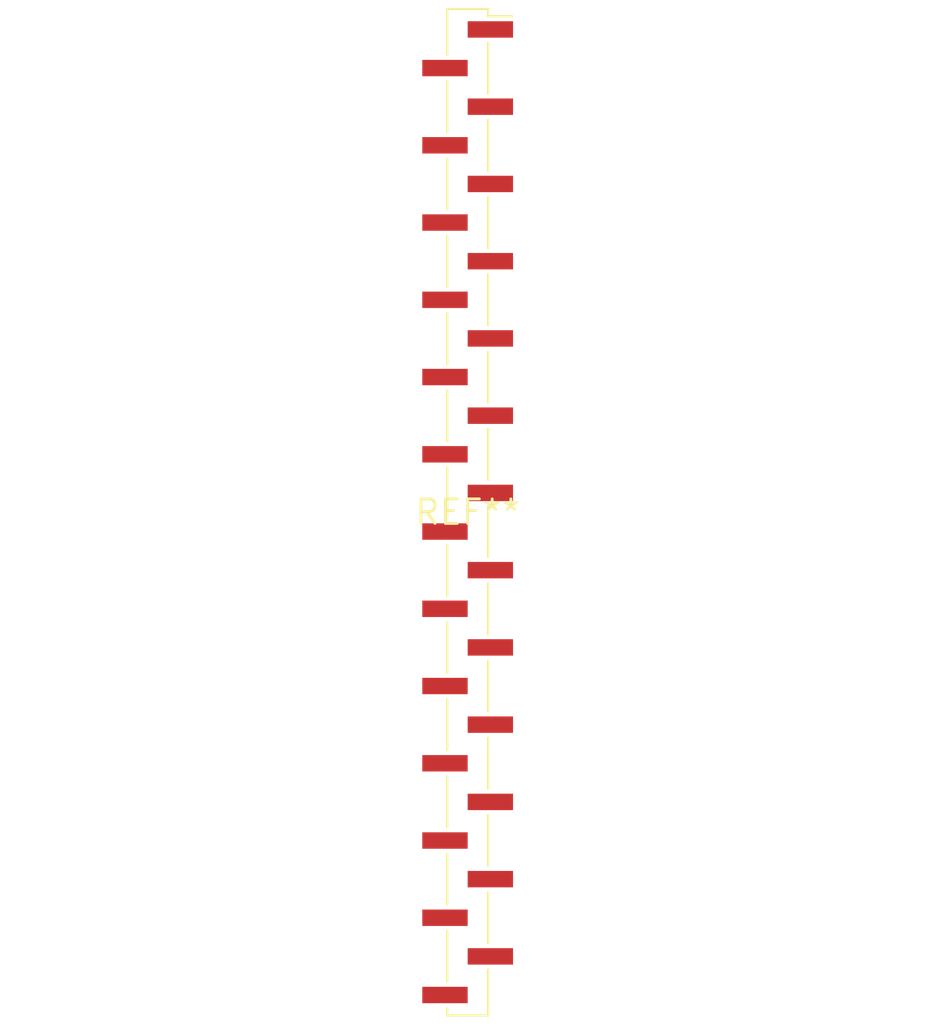
<source format=kicad_pcb>
(kicad_pcb (version 20240108) (generator pcbnew)
  (layers (0 "F.Cu" signal) (31 "B.Cu" signal) (34 "B.Paste" user) (35 "F.Paste" user) (36 "B.SilkS" user "B.Silkscreen") (37 "F.SilkS" user "F.Silkscreen") (38 "B.Mask" user) (39 "F.Mask" user) (44 "Edge.Cuts" user))
  (net 0 "")
  (footprint "PinHeader_1x26_P2.00mm_Vertical_SMD_Pin1Right" (layer "F.Cu") (at 0 0)
    (property "Reference" "REF**")
    (property "Value" "PinHeader_1x26_P2.00mm_Vertical_SMD_Pin1Right")
    (fp_line (start -1.06 -26.06) (end -1.06 -23.685) (layer "F.SilkS") (stroke (width 0.12)))
    (fp_line (start -1.06 -26.06) (end 1.06 -26.06) (layer "F.SilkS") (stroke (width 0.12)))
    (fp_line (start -1.06 -22.315) (end -1.06 -19.685) (layer "F.SilkS") (stroke (width 0.12)))
    (fp_line (start -1.06 -18.315) (end -1.06 -15.685) (layer "F.SilkS") (stroke (width 0.12)))
    (fp_line (start -1.06 -14.315) (end -1.06 -11.685) (layer "F.SilkS") (stroke (width 0.12)))
    (fp_line (start -1.06 -10.315) (end -1.06 -7.685) (layer "F.SilkS") (stroke (width 0.12)))
    (fp_line (start -1.06 -6.315) (end -1.06 -3.685) (layer "F.SilkS") (stroke (width 0.12)))
    (fp_line (start -1.06 -2.315) (end -1.06 0.315) (layer "F.SilkS") (stroke (width 0.12)))
    (fp_line (start -1.06 1.685) (end -1.06 4.315) (layer "F.SilkS") (stroke (width 0.12)))
    (fp_line (start -1.06 5.685) (end -1.06 8.315) (layer "F.SilkS") (stroke (width 0.12)))
    (fp_line (start -1.06 9.685) (end -1.06 12.315) (layer "F.SilkS") (stroke (width 0.12)))
    (fp_line (start -1.06 13.685) (end -1.06 16.315) (layer "F.SilkS") (stroke (width 0.12)))
    (fp_line (start -1.06 17.685) (end -1.06 20.315) (layer "F.SilkS") (stroke (width 0.12)))
    (fp_line (start -1.06 21.685) (end -1.06 24.315) (layer "F.SilkS") (stroke (width 0.12)))
    (fp_line (start -1.06 25.685) (end -1.06 26.06) (layer "F.SilkS") (stroke (width 0.12)))
    (fp_line (start -1.06 26.06) (end 1.06 26.06) (layer "F.SilkS") (stroke (width 0.12)))
    (fp_line (start 1.06 -26.06) (end 1.06 -25.685) (layer "F.SilkS") (stroke (width 0.12)))
    (fp_line (start 1.06 -25.685) (end 2.29 -25.685) (layer "F.SilkS") (stroke (width 0.12)))
    (fp_line (start 1.06 -24.315) (end 1.06 -21.685) (layer "F.SilkS") (stroke (width 0.12)))
    (fp_line (start 1.06 -20.315) (end 1.06 -17.685) (layer "F.SilkS") (stroke (width 0.12)))
    (fp_line (start 1.06 -16.315) (end 1.06 -13.685) (layer "F.SilkS") (stroke (width 0.12)))
    (fp_line (start 1.06 -12.315) (end 1.06 -9.685) (layer "F.SilkS") (stroke (width 0.12)))
    (fp_line (start 1.06 -8.315) (end 1.06 -5.685) (layer "F.SilkS") (stroke (width 0.12)))
    (fp_line (start 1.06 -4.315) (end 1.06 -1.685) (layer "F.SilkS") (stroke (width 0.12)))
    (fp_line (start 1.06 -0.315) (end 1.06 2.315) (layer "F.SilkS") (stroke (width 0.12)))
    (fp_line (start 1.06 3.685) (end 1.06 6.315) (layer "F.SilkS") (stroke (width 0.12)))
    (fp_line (start 1.06 7.685) (end 1.06 10.315) (layer "F.SilkS") (stroke (width 0.12)))
    (fp_line (start 1.06 11.685) (end 1.06 14.315) (layer "F.SilkS") (stroke (width 0.12)))
    (fp_line (start 1.06 15.685) (end 1.06 18.315) (layer "F.SilkS") (stroke (width 0.12)))
    (fp_line (start 1.06 19.685) (end 1.06 22.315) (layer "F.SilkS") (stroke (width 0.12)))
    (fp_line (start 1.06 23.685) (end 1.06 26.06) (layer "F.SilkS") (stroke (width 0.12)))
    (pad "1" smd rect (at 1.175 -25) (size 2.35 0.85) (layers "F.Cu" "F.Paste" "F.Mask"))
    (pad "2" smd rect (at -1.175 -23) (size 2.35 0.85) (layers "F.Cu" "F.Paste" "F.Mask"))
    (pad "3" smd rect (at 1.175 -21) (size 2.35 0.85) (layers "F.Cu" "F.Paste" "F.Mask"))
    (pad "4" smd rect (at -1.175 -19) (size 2.35 0.85) (layers "F.Cu" "F.Paste" "F.Mask"))
    (pad "5" smd rect (at 1.175 -17) (size 2.35 0.85) (layers "F.Cu" "F.Paste" "F.Mask"))
    (pad "6" smd rect (at -1.175 -15) (size 2.35 0.85) (layers "F.Cu" "F.Paste" "F.Mask"))
    (pad "7" smd rect (at 1.175 -13) (size 2.35 0.85) (layers "F.Cu" "F.Paste" "F.Mask"))
    (pad "8" smd rect (at -1.175 -11) (size 2.35 0.85) (layers "F.Cu" "F.Paste" "F.Mask"))
    (pad "9" smd rect (at 1.175 -9) (size 2.35 0.85) (layers "F.Cu" "F.Paste" "F.Mask"))
    (pad "10" smd rect (at -1.175 -7) (size 2.35 0.85) (layers "F.Cu" "F.Paste" "F.Mask"))
    (pad "11" smd rect (at 1.175 -5) (size 2.35 0.85) (layers "F.Cu" "F.Paste" "F.Mask"))
    (pad "12" smd rect (at -1.175 -3) (size 2.35 0.85) (layers "F.Cu" "F.Paste" "F.Mask"))
    (pad "13" smd rect (at 1.175 -1) (size 2.35 0.85) (layers "F.Cu" "F.Paste" "F.Mask"))
    (pad "14" smd rect (at -1.175 1) (size 2.35 0.85) (layers "F.Cu" "F.Paste" "F.Mask"))
    (pad "15" smd rect (at 1.175 3) (size 2.35 0.85) (layers "F.Cu" "F.Paste" "F.Mask"))
    (pad "16" smd rect (at -1.175 5) (size 2.35 0.85) (layers "F.Cu" "F.Paste" "F.Mask"))
    (pad "17" smd rect (at 1.175 7) (size 2.35 0.85) (layers "F.Cu" "F.Paste" "F.Mask"))
    (pad "18" smd rect (at -1.175 9) (size 2.35 0.85) (layers "F.Cu" "F.Paste" "F.Mask"))
    (pad "19" smd rect (at 1.175 11) (size 2.35 0.85) (layers "F.Cu" "F.Paste" "F.Mask"))
    (pad "20" smd rect (at -1.175 13) (size 2.35 0.85) (layers "F.Cu" "F.Paste" "F.Mask"))
    (pad "21" smd rect (at 1.175 15) (size 2.35 0.85) (layers "F.Cu" "F.Paste" "F.Mask"))
    (pad "22" smd rect (at -1.175 17) (size 2.35 0.85) (layers "F.Cu" "F.Paste" "F.Mask"))
    (pad "23" smd rect (at 1.175 19) (size 2.35 0.85) (layers "F.Cu" "F.Paste" "F.Mask"))
    (pad "24" smd rect (at -1.175 21) (size 2.35 0.85) (layers "F.Cu" "F.Paste" "F.Mask"))
    (pad "25" smd rect (at 1.175 23) (size 2.35 0.85) (layers "F.Cu" "F.Paste" "F.Mask"))
    (pad "26" smd rect (at -1.175 25) (size 2.35 0.85) (layers "F.Cu" "F.Paste" "F.Mask"))
  )
)
</source>
